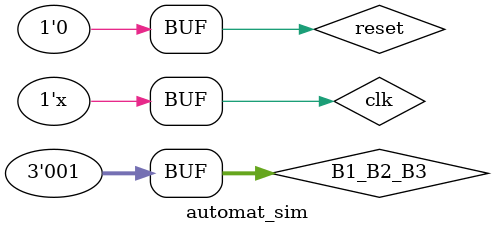
<source format=v>
`timescale 1ns / 1ps

module automat_sim();
    reg clk, reset;
    reg [2:0] B1_B2_B3;
    wire [2:0] EB1_EB2_EBS;
    
    automat a(clk, reset, B1_B2_B3, EB1_EB2_EBS);
    
    initial begin
        clk = 0;
        reset = 1;
        #10 reset = 0;
        // First sim
        #10 B1_B2_B3 = 3'b001; // A -> B
        //#10 B1_B2_B3 = 3'b100; // B -> C
        //#10 B1_B2_B3 = 3'b010; // C -> E
        //#40 B1_B2_B3 = 3'b000; reset = 1; // E -> F -> G -> A
        // Second sim
        //#20 reset = 0; B1_B2_B3 = 3'b100; // A -> B
       // #10 B1_B2_B3 = 3'b100; // B -> C
       // #10 B1_B2_B3 = 3'b001; // C -> D
       // #50 B1_B2_B3 = 3'b000; reset = 1; // D -> E -> F -> G -> A
        // Third sim
      //  #20 reset = 0; B1_B2_B3 = 3'b100; // A -> B
      //  #10 B1_B2_B3 = 3'b010; // B -> F
      //  #30 B1_B2_B3 = 3'b000; reset = 1; // F -> G -> A
    end
    
    always
        #10 clk = ~clk;
endmodule

</source>
